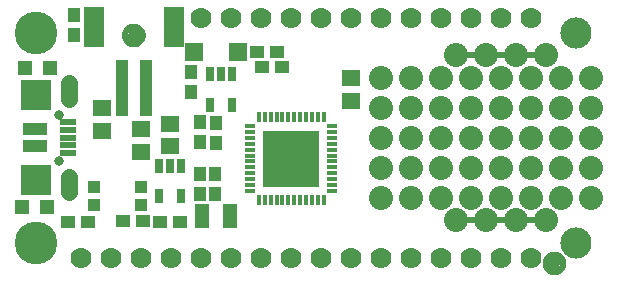
<source format=gbr>
G04 EAGLE Gerber RS-274X export*
G75*
%MOMM*%
%FSLAX34Y34*%
%LPD*%
%INSoldermask Top*%
%IPPOS*%
%AMOC8*
5,1,8,0,0,1.08239X$1,22.5*%
G01*
%ADD10C,2.641600*%
%ADD11R,7.747000X0.508000*%
%ADD12R,1.601600X1.401600*%
%ADD13R,1.101600X1.201600*%
%ADD14R,1.301600X1.301600*%
%ADD15R,1.201600X1.101600*%
%ADD16C,1.101600*%
%ADD17C,0.500000*%
%ADD18R,1.101600X1.101600*%
%ADD19C,3.617600*%
%ADD20C,0.801600*%
%ADD21R,2.601600X2.601600*%
%ADD22C,1.409600*%
%ADD23R,2.101600X1.101600*%
%ADD24R,1.450000X0.500000*%
%ADD25R,0.651600X1.301600*%
%ADD26R,1.501600X1.501600*%
%ADD27C,1.778000*%
%ADD28R,1.101600X4.701600*%
%ADD29R,1.701600X3.501600*%
%ADD30R,0.351600X0.851600*%
%ADD31R,0.851600X0.351600*%
%ADD32R,4.801600X4.801600*%
%ADD33R,1.201600X2.001600*%
%ADD34C,2.032000*%


D10*
X482600Y203200D03*
X482600Y25400D03*
D11*
X419735Y44450D03*
X419735Y184150D03*
D12*
X80880Y120090D03*
X80880Y139090D03*
D13*
X164000Y110120D03*
X164000Y127120D03*
D12*
X138580Y125740D03*
X138580Y106740D03*
D14*
X15950Y173590D03*
X36950Y173590D03*
D15*
X98688Y43446D03*
X115688Y43446D03*
D13*
X57150Y218050D03*
X57150Y201050D03*
D16*
X107950Y200660D03*
D17*
X115450Y200660D02*
X115448Y200841D01*
X115441Y201022D01*
X115430Y201203D01*
X115415Y201384D01*
X115395Y201564D01*
X115371Y201744D01*
X115343Y201923D01*
X115310Y202101D01*
X115273Y202278D01*
X115232Y202455D01*
X115187Y202630D01*
X115137Y202805D01*
X115083Y202978D01*
X115025Y203149D01*
X114963Y203320D01*
X114896Y203488D01*
X114826Y203655D01*
X114752Y203821D01*
X114673Y203984D01*
X114591Y204145D01*
X114505Y204305D01*
X114415Y204462D01*
X114321Y204617D01*
X114224Y204770D01*
X114122Y204920D01*
X114018Y205068D01*
X113909Y205214D01*
X113798Y205356D01*
X113682Y205496D01*
X113564Y205633D01*
X113442Y205768D01*
X113317Y205899D01*
X113189Y206027D01*
X113058Y206152D01*
X112923Y206274D01*
X112786Y206392D01*
X112646Y206508D01*
X112504Y206619D01*
X112358Y206728D01*
X112210Y206832D01*
X112060Y206934D01*
X111907Y207031D01*
X111752Y207125D01*
X111595Y207215D01*
X111435Y207301D01*
X111274Y207383D01*
X111111Y207462D01*
X110945Y207536D01*
X110778Y207606D01*
X110610Y207673D01*
X110439Y207735D01*
X110268Y207793D01*
X110095Y207847D01*
X109920Y207897D01*
X109745Y207942D01*
X109568Y207983D01*
X109391Y208020D01*
X109213Y208053D01*
X109034Y208081D01*
X108854Y208105D01*
X108674Y208125D01*
X108493Y208140D01*
X108312Y208151D01*
X108131Y208158D01*
X107950Y208160D01*
X115450Y200660D02*
X115448Y200479D01*
X115441Y200298D01*
X115430Y200117D01*
X115415Y199936D01*
X115395Y199756D01*
X115371Y199576D01*
X115343Y199397D01*
X115310Y199219D01*
X115273Y199042D01*
X115232Y198865D01*
X115187Y198690D01*
X115137Y198515D01*
X115083Y198342D01*
X115025Y198171D01*
X114963Y198000D01*
X114896Y197832D01*
X114826Y197665D01*
X114752Y197499D01*
X114673Y197336D01*
X114591Y197175D01*
X114505Y197015D01*
X114415Y196858D01*
X114321Y196703D01*
X114224Y196550D01*
X114122Y196400D01*
X114018Y196252D01*
X113909Y196106D01*
X113798Y195964D01*
X113682Y195824D01*
X113564Y195687D01*
X113442Y195552D01*
X113317Y195421D01*
X113189Y195293D01*
X113058Y195168D01*
X112923Y195046D01*
X112786Y194928D01*
X112646Y194812D01*
X112504Y194701D01*
X112358Y194592D01*
X112210Y194488D01*
X112060Y194386D01*
X111907Y194289D01*
X111752Y194195D01*
X111595Y194105D01*
X111435Y194019D01*
X111274Y193937D01*
X111111Y193858D01*
X110945Y193784D01*
X110778Y193714D01*
X110610Y193647D01*
X110439Y193585D01*
X110268Y193527D01*
X110095Y193473D01*
X109920Y193423D01*
X109745Y193378D01*
X109568Y193337D01*
X109391Y193300D01*
X109213Y193267D01*
X109034Y193239D01*
X108854Y193215D01*
X108674Y193195D01*
X108493Y193180D01*
X108312Y193169D01*
X108131Y193162D01*
X107950Y193160D01*
X107769Y193162D01*
X107588Y193169D01*
X107407Y193180D01*
X107226Y193195D01*
X107046Y193215D01*
X106866Y193239D01*
X106687Y193267D01*
X106509Y193300D01*
X106332Y193337D01*
X106155Y193378D01*
X105980Y193423D01*
X105805Y193473D01*
X105632Y193527D01*
X105461Y193585D01*
X105290Y193647D01*
X105122Y193714D01*
X104955Y193784D01*
X104789Y193858D01*
X104626Y193937D01*
X104465Y194019D01*
X104305Y194105D01*
X104148Y194195D01*
X103993Y194289D01*
X103840Y194386D01*
X103690Y194488D01*
X103542Y194592D01*
X103396Y194701D01*
X103254Y194812D01*
X103114Y194928D01*
X102977Y195046D01*
X102842Y195168D01*
X102711Y195293D01*
X102583Y195421D01*
X102458Y195552D01*
X102336Y195687D01*
X102218Y195824D01*
X102102Y195964D01*
X101991Y196106D01*
X101882Y196252D01*
X101778Y196400D01*
X101676Y196550D01*
X101579Y196703D01*
X101485Y196858D01*
X101395Y197015D01*
X101309Y197175D01*
X101227Y197336D01*
X101148Y197499D01*
X101074Y197665D01*
X101004Y197832D01*
X100937Y198000D01*
X100875Y198171D01*
X100817Y198342D01*
X100763Y198515D01*
X100713Y198690D01*
X100668Y198865D01*
X100627Y199042D01*
X100590Y199219D01*
X100557Y199397D01*
X100529Y199576D01*
X100505Y199756D01*
X100485Y199936D01*
X100470Y200117D01*
X100459Y200298D01*
X100452Y200479D01*
X100450Y200660D01*
X100452Y200841D01*
X100459Y201022D01*
X100470Y201203D01*
X100485Y201384D01*
X100505Y201564D01*
X100529Y201744D01*
X100557Y201923D01*
X100590Y202101D01*
X100627Y202278D01*
X100668Y202455D01*
X100713Y202630D01*
X100763Y202805D01*
X100817Y202978D01*
X100875Y203149D01*
X100937Y203320D01*
X101004Y203488D01*
X101074Y203655D01*
X101148Y203821D01*
X101227Y203984D01*
X101309Y204145D01*
X101395Y204305D01*
X101485Y204462D01*
X101579Y204617D01*
X101676Y204770D01*
X101778Y204920D01*
X101882Y205068D01*
X101991Y205214D01*
X102102Y205356D01*
X102218Y205496D01*
X102336Y205633D01*
X102458Y205768D01*
X102583Y205899D01*
X102711Y206027D01*
X102842Y206152D01*
X102977Y206274D01*
X103114Y206392D01*
X103254Y206508D01*
X103396Y206619D01*
X103542Y206728D01*
X103690Y206832D01*
X103840Y206934D01*
X103993Y207031D01*
X104148Y207125D01*
X104305Y207215D01*
X104465Y207301D01*
X104626Y207383D01*
X104789Y207462D01*
X104955Y207536D01*
X105122Y207606D01*
X105290Y207673D01*
X105461Y207735D01*
X105632Y207793D01*
X105805Y207847D01*
X105980Y207897D01*
X106155Y207942D01*
X106332Y207983D01*
X106509Y208020D01*
X106687Y208053D01*
X106866Y208081D01*
X107046Y208105D01*
X107226Y208125D01*
X107407Y208140D01*
X107588Y208151D01*
X107769Y208158D01*
X107950Y208160D01*
D16*
X464022Y7690D03*
D17*
X471522Y7690D02*
X471520Y7871D01*
X471513Y8052D01*
X471502Y8233D01*
X471487Y8414D01*
X471467Y8594D01*
X471443Y8774D01*
X471415Y8953D01*
X471382Y9131D01*
X471345Y9308D01*
X471304Y9485D01*
X471259Y9660D01*
X471209Y9835D01*
X471155Y10008D01*
X471097Y10179D01*
X471035Y10350D01*
X470968Y10518D01*
X470898Y10685D01*
X470824Y10851D01*
X470745Y11014D01*
X470663Y11175D01*
X470577Y11335D01*
X470487Y11492D01*
X470393Y11647D01*
X470296Y11800D01*
X470194Y11950D01*
X470090Y12098D01*
X469981Y12244D01*
X469870Y12386D01*
X469754Y12526D01*
X469636Y12663D01*
X469514Y12798D01*
X469389Y12929D01*
X469261Y13057D01*
X469130Y13182D01*
X468995Y13304D01*
X468858Y13422D01*
X468718Y13538D01*
X468576Y13649D01*
X468430Y13758D01*
X468282Y13862D01*
X468132Y13964D01*
X467979Y14061D01*
X467824Y14155D01*
X467667Y14245D01*
X467507Y14331D01*
X467346Y14413D01*
X467183Y14492D01*
X467017Y14566D01*
X466850Y14636D01*
X466682Y14703D01*
X466511Y14765D01*
X466340Y14823D01*
X466167Y14877D01*
X465992Y14927D01*
X465817Y14972D01*
X465640Y15013D01*
X465463Y15050D01*
X465285Y15083D01*
X465106Y15111D01*
X464926Y15135D01*
X464746Y15155D01*
X464565Y15170D01*
X464384Y15181D01*
X464203Y15188D01*
X464022Y15190D01*
X471522Y7690D02*
X471520Y7509D01*
X471513Y7328D01*
X471502Y7147D01*
X471487Y6966D01*
X471467Y6786D01*
X471443Y6606D01*
X471415Y6427D01*
X471382Y6249D01*
X471345Y6072D01*
X471304Y5895D01*
X471259Y5720D01*
X471209Y5545D01*
X471155Y5372D01*
X471097Y5201D01*
X471035Y5030D01*
X470968Y4862D01*
X470898Y4695D01*
X470824Y4529D01*
X470745Y4366D01*
X470663Y4205D01*
X470577Y4045D01*
X470487Y3888D01*
X470393Y3733D01*
X470296Y3580D01*
X470194Y3430D01*
X470090Y3282D01*
X469981Y3136D01*
X469870Y2994D01*
X469754Y2854D01*
X469636Y2717D01*
X469514Y2582D01*
X469389Y2451D01*
X469261Y2323D01*
X469130Y2198D01*
X468995Y2076D01*
X468858Y1958D01*
X468718Y1842D01*
X468576Y1731D01*
X468430Y1622D01*
X468282Y1518D01*
X468132Y1416D01*
X467979Y1319D01*
X467824Y1225D01*
X467667Y1135D01*
X467507Y1049D01*
X467346Y967D01*
X467183Y888D01*
X467017Y814D01*
X466850Y744D01*
X466682Y677D01*
X466511Y615D01*
X466340Y557D01*
X466167Y503D01*
X465992Y453D01*
X465817Y408D01*
X465640Y367D01*
X465463Y330D01*
X465285Y297D01*
X465106Y269D01*
X464926Y245D01*
X464746Y225D01*
X464565Y210D01*
X464384Y199D01*
X464203Y192D01*
X464022Y190D01*
X463841Y192D01*
X463660Y199D01*
X463479Y210D01*
X463298Y225D01*
X463118Y245D01*
X462938Y269D01*
X462759Y297D01*
X462581Y330D01*
X462404Y367D01*
X462227Y408D01*
X462052Y453D01*
X461877Y503D01*
X461704Y557D01*
X461533Y615D01*
X461362Y677D01*
X461194Y744D01*
X461027Y814D01*
X460861Y888D01*
X460698Y967D01*
X460537Y1049D01*
X460377Y1135D01*
X460220Y1225D01*
X460065Y1319D01*
X459912Y1416D01*
X459762Y1518D01*
X459614Y1622D01*
X459468Y1731D01*
X459326Y1842D01*
X459186Y1958D01*
X459049Y2076D01*
X458914Y2198D01*
X458783Y2323D01*
X458655Y2451D01*
X458530Y2582D01*
X458408Y2717D01*
X458290Y2854D01*
X458174Y2994D01*
X458063Y3136D01*
X457954Y3282D01*
X457850Y3430D01*
X457748Y3580D01*
X457651Y3733D01*
X457557Y3888D01*
X457467Y4045D01*
X457381Y4205D01*
X457299Y4366D01*
X457220Y4529D01*
X457146Y4695D01*
X457076Y4862D01*
X457009Y5030D01*
X456947Y5201D01*
X456889Y5372D01*
X456835Y5545D01*
X456785Y5720D01*
X456740Y5895D01*
X456699Y6072D01*
X456662Y6249D01*
X456629Y6427D01*
X456601Y6606D01*
X456577Y6786D01*
X456557Y6966D01*
X456542Y7147D01*
X456531Y7328D01*
X456524Y7509D01*
X456522Y7690D01*
X456524Y7871D01*
X456531Y8052D01*
X456542Y8233D01*
X456557Y8414D01*
X456577Y8594D01*
X456601Y8774D01*
X456629Y8953D01*
X456662Y9131D01*
X456699Y9308D01*
X456740Y9485D01*
X456785Y9660D01*
X456835Y9835D01*
X456889Y10008D01*
X456947Y10179D01*
X457009Y10350D01*
X457076Y10518D01*
X457146Y10685D01*
X457220Y10851D01*
X457299Y11014D01*
X457381Y11175D01*
X457467Y11335D01*
X457557Y11492D01*
X457651Y11647D01*
X457748Y11800D01*
X457850Y11950D01*
X457954Y12098D01*
X458063Y12244D01*
X458174Y12386D01*
X458290Y12526D01*
X458408Y12663D01*
X458530Y12798D01*
X458655Y12929D01*
X458783Y13057D01*
X458914Y13182D01*
X459049Y13304D01*
X459186Y13422D01*
X459326Y13538D01*
X459468Y13649D01*
X459614Y13758D01*
X459762Y13862D01*
X459912Y13964D01*
X460065Y14061D01*
X460220Y14155D01*
X460377Y14245D01*
X460537Y14331D01*
X460698Y14413D01*
X460861Y14492D01*
X461027Y14566D01*
X461194Y14636D01*
X461362Y14703D01*
X461533Y14765D01*
X461704Y14823D01*
X461877Y14877D01*
X462052Y14927D01*
X462227Y14972D01*
X462404Y15013D01*
X462581Y15050D01*
X462759Y15083D01*
X462938Y15111D01*
X463118Y15135D01*
X463298Y15155D01*
X463479Y15170D01*
X463660Y15181D01*
X463841Y15188D01*
X464022Y15190D01*
D18*
X73980Y56770D03*
X73980Y72770D03*
X113980Y72770D03*
X113980Y56770D03*
D19*
X25400Y203200D03*
X25400Y25400D03*
D20*
X44450Y133800D03*
X44450Y94800D03*
D21*
X25450Y78300D03*
X25450Y150300D03*
D22*
X53450Y147300D02*
X53450Y160380D01*
X53450Y81300D02*
X53450Y68220D01*
D23*
X24450Y121800D03*
X24450Y106800D03*
D24*
X52200Y127300D03*
X52200Y120800D03*
X52200Y114300D03*
X52200Y107800D03*
X52200Y101300D03*
D25*
X191110Y167941D03*
X181610Y167941D03*
X172110Y167941D03*
X172110Y141939D03*
X191110Y141939D03*
D26*
X196300Y186690D03*
X159300Y186690D03*
D27*
X444500Y12700D03*
X419100Y12700D03*
X393700Y12700D03*
X368300Y12700D03*
X342900Y12700D03*
X317500Y12700D03*
X292100Y12700D03*
X266700Y12700D03*
X241300Y12700D03*
X215900Y12700D03*
X190500Y12700D03*
X165100Y12700D03*
X139700Y12700D03*
X114300Y12700D03*
X88900Y12700D03*
X63500Y12700D03*
D28*
X97950Y156040D03*
X117950Y156040D03*
D29*
X73950Y208040D03*
X141950Y208040D03*
D27*
X165100Y215900D03*
X190500Y215900D03*
X215900Y215900D03*
X241300Y215900D03*
X266700Y215900D03*
X292100Y215900D03*
X317500Y215900D03*
X342900Y215900D03*
X368300Y215900D03*
X393700Y215900D03*
X419100Y215900D03*
X444500Y215900D03*
D25*
X147930Y90471D03*
X138430Y90471D03*
X128930Y90471D03*
X128930Y64469D03*
X147930Y64469D03*
D14*
X34630Y55880D03*
X13630Y55880D03*
D15*
X52460Y43180D03*
X69460Y43180D03*
D12*
X114300Y121260D03*
X114300Y102260D03*
D15*
X146930Y43180D03*
X129930Y43180D03*
X212480Y186690D03*
X229480Y186690D03*
X233290Y173990D03*
X216290Y173990D03*
D30*
X213800Y61770D03*
X218800Y61770D03*
X223800Y61770D03*
X228800Y61770D03*
X233800Y61770D03*
X238800Y61770D03*
X243800Y61770D03*
X248800Y61770D03*
X253800Y61770D03*
X258800Y61770D03*
X263800Y61770D03*
D31*
X276050Y69020D03*
X276050Y74020D03*
X276050Y79020D03*
X276050Y84020D03*
X276050Y89020D03*
X276050Y94020D03*
X276050Y99020D03*
X276050Y104020D03*
X276050Y109020D03*
X276050Y114020D03*
X276050Y119020D03*
D30*
X268800Y131270D03*
X263800Y131270D03*
X258800Y131270D03*
X253800Y131270D03*
X248800Y131270D03*
X243800Y131270D03*
X238800Y131270D03*
X233800Y131270D03*
X228800Y131270D03*
X223800Y131270D03*
X218800Y131270D03*
D31*
X206550Y124020D03*
X206550Y119020D03*
X206550Y114020D03*
X206550Y109020D03*
X206550Y104020D03*
X206550Y99020D03*
X206550Y94020D03*
X206550Y89020D03*
X206550Y84020D03*
X206550Y79020D03*
X206550Y74020D03*
D32*
X241300Y96520D03*
D30*
X268800Y61770D03*
D31*
X276050Y124020D03*
D30*
X213800Y131270D03*
D31*
X206550Y69020D03*
D13*
X177800Y109610D03*
X177800Y126610D03*
X176530Y66430D03*
X176530Y83430D03*
X163830Y66430D03*
X163830Y83430D03*
D33*
X189800Y48260D03*
X165800Y48260D03*
D12*
X292100Y164440D03*
X292100Y145440D03*
D13*
X156210Y152790D03*
X156210Y169790D03*
D34*
X381000Y44450D03*
X406400Y44450D03*
X431800Y44450D03*
X457200Y44450D03*
X381000Y184150D03*
X406400Y184150D03*
X431800Y184150D03*
X457200Y184150D03*
X444500Y165100D03*
X444500Y139700D03*
X469900Y139700D03*
X469900Y165100D03*
X495300Y165100D03*
X495300Y139700D03*
X495300Y114300D03*
X495300Y88900D03*
X469900Y88900D03*
X469900Y114300D03*
X444500Y114300D03*
X444500Y88900D03*
X444500Y63500D03*
X469900Y63500D03*
X419100Y63500D03*
X419100Y88900D03*
X419100Y114300D03*
X419100Y139700D03*
X419100Y165100D03*
X393700Y165100D03*
X393700Y139700D03*
X393700Y114300D03*
X393700Y88900D03*
X393700Y63500D03*
X368300Y63500D03*
X368300Y88900D03*
X368300Y114300D03*
X368300Y139700D03*
X368300Y165100D03*
X342900Y165100D03*
X342900Y139700D03*
X342900Y114300D03*
X342900Y88900D03*
X342900Y63500D03*
X495300Y63500D03*
X317500Y139700D03*
X317500Y114300D03*
X317500Y165100D03*
X317500Y88900D03*
X317500Y63500D03*
M02*

</source>
